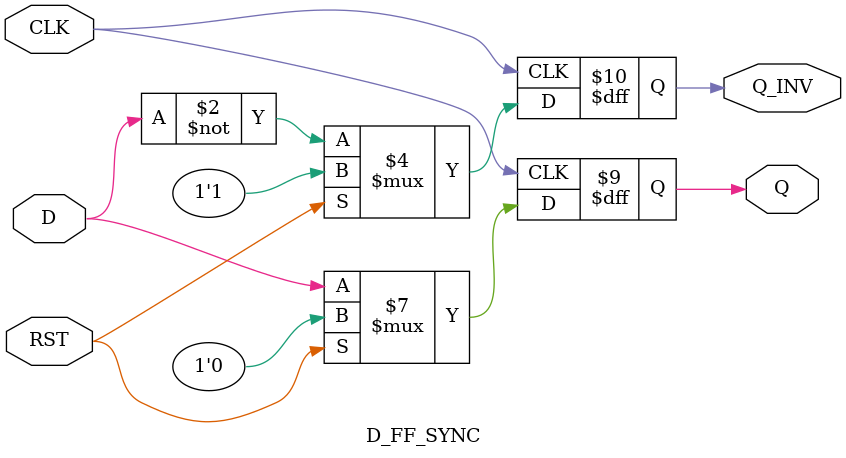
<source format=v>
module D_FF_SYNC(
	input D,
	input CLK,
	input RST,
	output reg Q,
	output reg Q_INV
);


	always@(posedge CLK) begin
	
		if(RST) begin
		
			Q<=1'b0;
			Q_INV<=1'b1;	
				
		end
		else begin
			Q<=D;
			Q_INV<=(~D);
		end 
	end

endmodule
</source>
